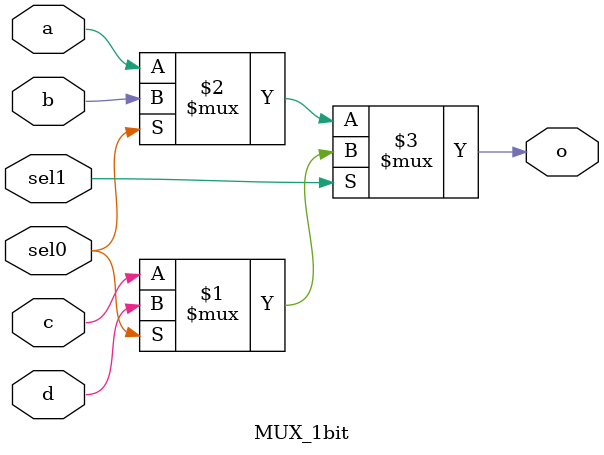
<source format=v>
`timescale 1ns / 1ps
module MUX_1bit(a, b, c, d, sel0, sel1, o
    );
input a, b, c, d;
input sel0, sel1;

output o;

//-- body

assign o = sel1 ? (sel0 ? d : c ) : (sel0 ? b : a );


endmodule

</source>
